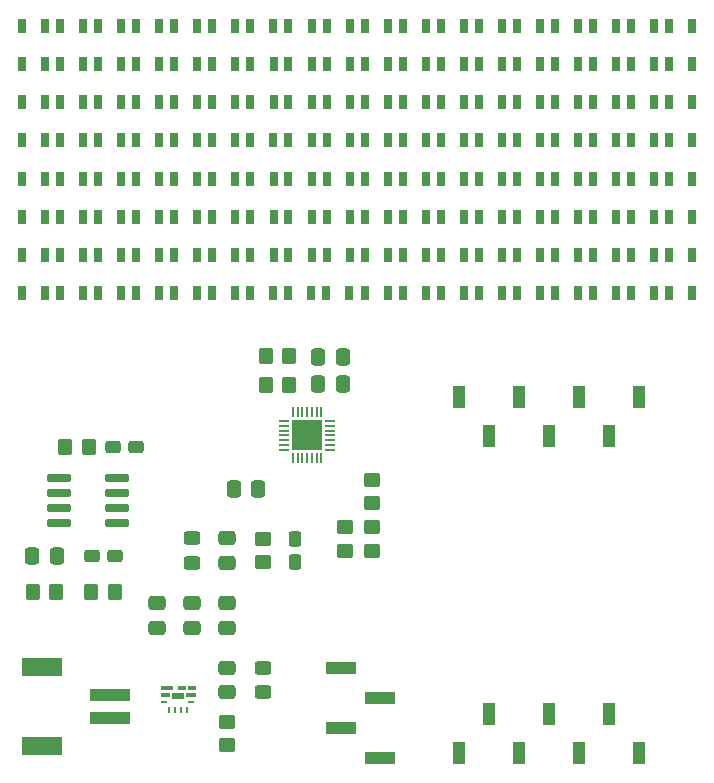
<source format=gtp>
G04 #@! TF.GenerationSoftware,KiCad,Pcbnew,9.0.3*
G04 #@! TF.CreationDate,2025-09-22T20:46:44+01:00*
G04 #@! TF.ProjectId,led_matrix,6c65645f-6d61-4747-9269-782e6b696361,rev?*
G04 #@! TF.SameCoordinates,Original*
G04 #@! TF.FileFunction,Paste,Top*
G04 #@! TF.FilePolarity,Positive*
%FSLAX46Y46*%
G04 Gerber Fmt 4.6, Leading zero omitted, Abs format (unit mm)*
G04 Created by KiCad (PCBNEW 9.0.3) date 2025-09-22 20:46:44*
%MOMM*%
%LPD*%
G01*
G04 APERTURE LIST*
G04 Aperture macros list*
%AMRoundRect*
0 Rectangle with rounded corners*
0 $1 Rounding radius*
0 $2 $3 $4 $5 $6 $7 $8 $9 X,Y pos of 4 corners*
0 Add a 4 corners polygon primitive as box body*
4,1,4,$2,$3,$4,$5,$6,$7,$8,$9,$2,$3,0*
0 Add four circle primitives for the rounded corners*
1,1,$1+$1,$2,$3*
1,1,$1+$1,$4,$5*
1,1,$1+$1,$6,$7*
1,1,$1+$1,$8,$9*
0 Add four rect primitives between the rounded corners*
20,1,$1+$1,$2,$3,$4,$5,0*
20,1,$1+$1,$4,$5,$6,$7,0*
20,1,$1+$1,$6,$7,$8,$9,0*
20,1,$1+$1,$8,$9,$2,$3,0*%
G04 Aperture macros list end*
%ADD10C,0.010000*%
%ADD11R,0.762000X1.244600*%
%ADD12RoundRect,0.250000X-0.450000X0.350000X-0.450000X-0.350000X0.450000X-0.350000X0.450000X0.350000X0*%
%ADD13RoundRect,0.250000X-0.337500X-0.475000X0.337500X-0.475000X0.337500X0.475000X-0.337500X0.475000X0*%
%ADD14RoundRect,0.250000X0.450000X-0.350000X0.450000X0.350000X-0.450000X0.350000X-0.450000X-0.350000X0*%
%ADD15RoundRect,0.250000X-0.450000X0.325000X-0.450000X-0.325000X0.450000X-0.325000X0.450000X0.325000X0*%
%ADD16RoundRect,0.250000X-0.475000X0.337500X-0.475000X-0.337500X0.475000X-0.337500X0.475000X0.337500X0*%
%ADD17R,2.510000X1.000000*%
%ADD18RoundRect,0.250000X-0.350000X-0.450000X0.350000X-0.450000X0.350000X0.450000X-0.350000X0.450000X0*%
%ADD19R,1.000000X1.900000*%
%ADD20RoundRect,0.250000X0.475000X-0.337500X0.475000X0.337500X-0.475000X0.337500X-0.475000X-0.337500X0*%
%ADD21RoundRect,0.075000X0.910000X0.225000X-0.910000X0.225000X-0.910000X-0.225000X0.910000X-0.225000X0*%
%ADD22RoundRect,0.250000X0.350000X0.450000X-0.350000X0.450000X-0.350000X-0.450000X0.350000X-0.450000X0*%
%ADD23RoundRect,0.250000X0.337500X0.475000X-0.337500X0.475000X-0.337500X-0.475000X0.337500X-0.475000X0*%
%ADD24R,0.200000X0.850000*%
%ADD25R,0.850000X0.200000*%
%ADD26R,2.500000X2.500000*%
%ADD27RoundRect,0.250000X0.407500X0.295000X-0.407500X0.295000X-0.407500X-0.295000X0.407500X-0.295000X0*%
%ADD28RoundRect,0.250000X0.295000X-0.407500X0.295000X0.407500X-0.295000X0.407500X-0.295000X-0.407500X0*%
%ADD29RoundRect,0.250000X-0.407500X-0.295000X0.407500X-0.295000X0.407500X0.295000X-0.407500X0.295000X0*%
%ADD30R,0.600000X0.250000*%
%ADD31R,0.250000X0.600000*%
%ADD32R,3.500000X1.000000*%
%ADD33R,3.400000X1.500000*%
G04 APERTURE END LIST*
D10*
X41293708Y-139727674D02*
X40338268Y-139727674D01*
X40338268Y-139430000D01*
X41293708Y-139430000D01*
X41293708Y-139727674D01*
G36*
X41293708Y-139727674D02*
G01*
X40338268Y-139727674D01*
X40338268Y-139430000D01*
X41293708Y-139430000D01*
X41293708Y-139727674D01*
G37*
X41083708Y-140329960D02*
X40340828Y-140329960D01*
X40340828Y-140030000D01*
X41083708Y-140030000D01*
X41083708Y-140329960D01*
G36*
X41083708Y-140329960D02*
G01*
X40340828Y-140329960D01*
X40340828Y-140030000D01*
X41083708Y-140030000D01*
X41083708Y-140329960D01*
G37*
X42283708Y-140480292D02*
X41302610Y-140480292D01*
X41302610Y-140030000D01*
X42283708Y-140030000D01*
X42283708Y-140480292D01*
G36*
X42283708Y-140480292D02*
G01*
X41302610Y-140480292D01*
X41302610Y-140030000D01*
X42283708Y-140030000D01*
X42283708Y-140480292D01*
G37*
X42443708Y-139728898D02*
X41793708Y-139728898D01*
X41793708Y-139430000D01*
X42443708Y-139430000D01*
X42443708Y-139728898D01*
G36*
X42443708Y-139728898D02*
G01*
X41793708Y-139728898D01*
X41793708Y-139430000D01*
X42443708Y-139430000D01*
X42443708Y-139728898D01*
G37*
X43243708Y-140329972D02*
X42504690Y-140329972D01*
X42504690Y-140030000D01*
X43243708Y-140030000D01*
X43243708Y-140329972D01*
G36*
X43243708Y-140329972D02*
G01*
X42504690Y-140329972D01*
X42504690Y-140030000D01*
X43243708Y-140030000D01*
X43243708Y-140329972D01*
G37*
X43243708Y-139728370D02*
X42645943Y-139728370D01*
X42645943Y-139430000D01*
X43243708Y-139430000D01*
X43243708Y-139728370D01*
G36*
X43243708Y-139728370D02*
G01*
X42645943Y-139728370D01*
X42645943Y-139430000D01*
X43243708Y-139430000D01*
X43243708Y-139728370D01*
G37*
D11*
X72477900Y-93275000D03*
X70522100Y-93275000D03*
X72477900Y-99725000D03*
X70522100Y-99725000D03*
D12*
X58250000Y-122000000D03*
X58250000Y-124000000D03*
D13*
X29462500Y-128500000D03*
X31537500Y-128500000D03*
D11*
X69252900Y-83600000D03*
X67297100Y-83600000D03*
X59577900Y-106175000D03*
X57622100Y-106175000D03*
X62802900Y-106175000D03*
X60847100Y-106175000D03*
X46677334Y-96501460D03*
X44721534Y-96501460D03*
X40227334Y-83602793D03*
X38271534Y-83602793D03*
X66027900Y-102950000D03*
X64072100Y-102950000D03*
X56352334Y-90051460D03*
X54396534Y-90051460D03*
X40227334Y-93276460D03*
X38271534Y-93276460D03*
D14*
X58250000Y-128000000D03*
X58250000Y-126000000D03*
D11*
X82152900Y-90050000D03*
X80197100Y-90050000D03*
X66027900Y-83600167D03*
X64072100Y-83600167D03*
X30552334Y-96501460D03*
X28596534Y-96501460D03*
X56352334Y-86826460D03*
X54396534Y-86826460D03*
X49905234Y-96501460D03*
X47949434Y-96501460D03*
X72477900Y-96500000D03*
X70522100Y-96500000D03*
D13*
X53675000Y-113875000D03*
X55750000Y-113875000D03*
X53675000Y-111625000D03*
X55750000Y-111625000D03*
D11*
X33774434Y-102951460D03*
X31818634Y-102951460D03*
X75702900Y-102950000D03*
X73747100Y-102950000D03*
X85377900Y-102950000D03*
X83422100Y-102950000D03*
X75690000Y-106175000D03*
X73734200Y-106175000D03*
X62802900Y-102950000D03*
X60847100Y-102950000D03*
X37002334Y-93276460D03*
X35046534Y-93276460D03*
X85377900Y-86825000D03*
X83422100Y-86825000D03*
X43452334Y-96501460D03*
X41496534Y-96501460D03*
D15*
X43000000Y-126975000D03*
X43000000Y-129025000D03*
D16*
X46000000Y-126962500D03*
X46000000Y-129037500D03*
D11*
X72477900Y-86825000D03*
X70522100Y-86825000D03*
X56352334Y-99726460D03*
X54396534Y-99726460D03*
X33777334Y-86826460D03*
X31821534Y-86826460D03*
X78927900Y-96500000D03*
X76972100Y-96500000D03*
X72477900Y-83600000D03*
X70522100Y-83600000D03*
X62802900Y-90050000D03*
X60847100Y-90050000D03*
D17*
X55595000Y-137940000D03*
X58905000Y-140480000D03*
X55595000Y-143020000D03*
X58905000Y-145560000D03*
D11*
X66027900Y-99725000D03*
X64072100Y-99725000D03*
X75702900Y-83600000D03*
X73747100Y-83600000D03*
X36974434Y-106176460D03*
X35018634Y-106176460D03*
X62802900Y-86825000D03*
X60847100Y-86825000D03*
X62802900Y-83599667D03*
X60847100Y-83599667D03*
D12*
X46000000Y-142500000D03*
X46000000Y-144500000D03*
D11*
X40227334Y-96501460D03*
X38271534Y-96501460D03*
X33777334Y-96501460D03*
X31821534Y-96501460D03*
X56352334Y-93276460D03*
X54396534Y-93276460D03*
X43452334Y-83601793D03*
X41496534Y-83601793D03*
X69250000Y-106175000D03*
X67294200Y-106175000D03*
X69252900Y-99725000D03*
X67297100Y-99725000D03*
X59577900Y-86825000D03*
X57622100Y-86825000D03*
X78927900Y-83600000D03*
X76972100Y-83600000D03*
X62802900Y-96500000D03*
X60847100Y-96500000D03*
D18*
X32250000Y-119250000D03*
X34250000Y-119250000D03*
D11*
X69252900Y-96500000D03*
X67297100Y-96500000D03*
X53127334Y-86826460D03*
X51171534Y-86826460D03*
X40224434Y-102951460D03*
X38268634Y-102951460D03*
D18*
X29500000Y-131500000D03*
X31500000Y-131500000D03*
D19*
X80830000Y-115000000D03*
X78290000Y-118300000D03*
X75750000Y-115000000D03*
X73210000Y-118300000D03*
X70670000Y-115000000D03*
X68130000Y-118300000D03*
X65590000Y-115000000D03*
D11*
X49905234Y-90051460D03*
X47949434Y-90051460D03*
D20*
X46000000Y-134537500D03*
X46000000Y-132462500D03*
X46000000Y-140012500D03*
X46000000Y-137937500D03*
X43000000Y-134537500D03*
X43000000Y-132462500D03*
D21*
X36690000Y-125670000D03*
X36690000Y-124400000D03*
X36690000Y-123130000D03*
X36690000Y-121860000D03*
X31750000Y-121860000D03*
X31750000Y-123130000D03*
X31750000Y-124400000D03*
X31750000Y-125670000D03*
D11*
X40199434Y-106176460D03*
X38243634Y-106176460D03*
X30552334Y-83602460D03*
X28596534Y-83602460D03*
X33777334Y-99726460D03*
X31821534Y-99726460D03*
X59577900Y-99725000D03*
X57622100Y-99725000D03*
D22*
X51250000Y-114000000D03*
X49250000Y-114000000D03*
D11*
X33777334Y-83601293D03*
X31821534Y-83601293D03*
X30552334Y-93276460D03*
X28596534Y-93276460D03*
X49905234Y-102951460D03*
X47949434Y-102951460D03*
X43427334Y-106176460D03*
X41471534Y-106176460D03*
X59577900Y-96500000D03*
X57622100Y-96500000D03*
X30552334Y-90051460D03*
X28596534Y-90051460D03*
X37002334Y-83602960D03*
X35046534Y-83602960D03*
X46655234Y-106176460D03*
X44699434Y-106176460D03*
X85377900Y-96500000D03*
X83422100Y-96500000D03*
X43449434Y-102951460D03*
X41493634Y-102951460D03*
X53102334Y-106176460D03*
X51146534Y-106176460D03*
D23*
X48600000Y-122750000D03*
X46525000Y-122750000D03*
D11*
X53127334Y-102951460D03*
X51171534Y-102951460D03*
D24*
X53950000Y-116300000D03*
X53550000Y-116300000D03*
X53150000Y-116300000D03*
X52750000Y-116300000D03*
X52350000Y-116300000D03*
X51950000Y-116300000D03*
X51550000Y-116300000D03*
D25*
X50800000Y-117050000D03*
X50800000Y-117450000D03*
X50800000Y-117850000D03*
X50800000Y-118250000D03*
X50800000Y-118650000D03*
X50800000Y-119050000D03*
X50800000Y-119450000D03*
D24*
X51550000Y-120200000D03*
X51950000Y-120200000D03*
X52350000Y-120200000D03*
X52750000Y-120200000D03*
X53150000Y-120200000D03*
X53550000Y-120200000D03*
X53950000Y-120200000D03*
D25*
X54700000Y-119450000D03*
X54700000Y-119050000D03*
X54700000Y-118650000D03*
X54700000Y-118250000D03*
X54700000Y-117850000D03*
X54700000Y-117450000D03*
X54700000Y-117050000D03*
D26*
X52750000Y-118250000D03*
D11*
X37002334Y-99726460D03*
X35046534Y-99726460D03*
X59577900Y-83599500D03*
X57622100Y-83599500D03*
D18*
X49250000Y-111500000D03*
X51250000Y-111500000D03*
D11*
X78927900Y-93275000D03*
X76972100Y-93275000D03*
X66027900Y-93275000D03*
X64072100Y-93275000D03*
D14*
X56000000Y-128000000D03*
X56000000Y-126000000D03*
D11*
X30552334Y-86826460D03*
X28596534Y-86826460D03*
X66027900Y-90050000D03*
X64072100Y-90050000D03*
X82152900Y-96500000D03*
X80197100Y-96500000D03*
X69252900Y-102950000D03*
X67297100Y-102950000D03*
X82152900Y-102950000D03*
X80197100Y-102950000D03*
X85350000Y-106177400D03*
X83394200Y-106177400D03*
X46677334Y-99726460D03*
X44721534Y-99726460D03*
X78927900Y-90050000D03*
X76972100Y-90050000D03*
D27*
X38250000Y-119250000D03*
X36295000Y-119250000D03*
D11*
X46677334Y-90051460D03*
X44721534Y-90051460D03*
X85377900Y-90050000D03*
X83422100Y-90050000D03*
D12*
X49000000Y-127000000D03*
X49000000Y-129000000D03*
D11*
X56352334Y-83602127D03*
X54396534Y-83602127D03*
X37002334Y-86826460D03*
X35046534Y-86826460D03*
X37002334Y-90051460D03*
X35046534Y-90051460D03*
X82152900Y-93275000D03*
X80197100Y-93275000D03*
X72470000Y-106175000D03*
X70514200Y-106175000D03*
X59577900Y-90050000D03*
X57622100Y-90050000D03*
X40227334Y-99726460D03*
X38271534Y-99726460D03*
X75702900Y-93275000D03*
X73747100Y-93275000D03*
X82152900Y-99725000D03*
X80197100Y-99725000D03*
D18*
X34477500Y-131500000D03*
X36477500Y-131500000D03*
D11*
X37002334Y-96501460D03*
X35046534Y-96501460D03*
X46677334Y-102951460D03*
X44721534Y-102951460D03*
X53127334Y-83601460D03*
X51171534Y-83601460D03*
X78910000Y-106175000D03*
X76954200Y-106175000D03*
X33777334Y-93276460D03*
X31821534Y-93276460D03*
X33777334Y-90051460D03*
X31821534Y-90051460D03*
X82130000Y-106177400D03*
X80174200Y-106177400D03*
X49902334Y-93276460D03*
X47946534Y-93276460D03*
X53127334Y-96501460D03*
X51171534Y-96501460D03*
X62802900Y-93275000D03*
X60847100Y-93275000D03*
X43452334Y-99726460D03*
X41496534Y-99726460D03*
X46680234Y-93276460D03*
X44724434Y-93276460D03*
X40227334Y-86826460D03*
X38271534Y-86826460D03*
D28*
X51750000Y-129000000D03*
X51750000Y-127045000D03*
D15*
X49000000Y-137950000D03*
X49000000Y-140000000D03*
D11*
X56352334Y-102951460D03*
X54396534Y-102951460D03*
X66027900Y-86825000D03*
X64072100Y-86825000D03*
X33749434Y-106176460D03*
X31793634Y-106176460D03*
X78927900Y-102950000D03*
X76972100Y-102950000D03*
X46677334Y-86826460D03*
X44721534Y-86826460D03*
X49905234Y-99726460D03*
X47949434Y-99726460D03*
X66027900Y-96500000D03*
X64072100Y-96500000D03*
X69252900Y-86825000D03*
X67297100Y-86825000D03*
X75702900Y-96500000D03*
X73747100Y-96500000D03*
X78927900Y-86825000D03*
X76972100Y-86825000D03*
D19*
X65590000Y-145150000D03*
X68130000Y-141850000D03*
X70670000Y-145150000D03*
X73210000Y-141850000D03*
X75750000Y-145150000D03*
X78290000Y-141850000D03*
X80830000Y-145150000D03*
D29*
X34500000Y-128500000D03*
X36455000Y-128500000D03*
D11*
X59577900Y-93275000D03*
X57622100Y-93275000D03*
X82152900Y-83600000D03*
X80197100Y-83600000D03*
X43452334Y-90051460D03*
X41496534Y-90051460D03*
X43452334Y-86826460D03*
X41496534Y-86826460D03*
X43452334Y-93276460D03*
X41496534Y-93276460D03*
X30552334Y-99726460D03*
X28596534Y-99726460D03*
X53127334Y-99726460D03*
X51171534Y-99726460D03*
X75702900Y-90050000D03*
X73747100Y-90050000D03*
X69252900Y-93275000D03*
X67297100Y-93275000D03*
X85377900Y-99725000D03*
X83422100Y-99725000D03*
X49902334Y-83601960D03*
X47946534Y-83601960D03*
X56327334Y-106176460D03*
X54371534Y-106176460D03*
X40227334Y-90051460D03*
X38271534Y-90051460D03*
X53127334Y-93276460D03*
X51171534Y-93276460D03*
X49905234Y-86826460D03*
X47949434Y-86826460D03*
X72477900Y-90050000D03*
X70522100Y-90050000D03*
X78927900Y-99725000D03*
X76972100Y-99725000D03*
X75702900Y-99725000D03*
X73747100Y-99725000D03*
X53127334Y-90051460D03*
X51171534Y-90051460D03*
D30*
X40643708Y-140825000D03*
D31*
X41043708Y-141500000D03*
X41543708Y-141500000D03*
X42043708Y-141500000D03*
X42543708Y-141500000D03*
D30*
X42943708Y-140825000D03*
D32*
X36043708Y-140200000D03*
X36043708Y-142200000D03*
D33*
X30293708Y-137850000D03*
X30293708Y-144550000D03*
D11*
X75702900Y-86825000D03*
X73747100Y-86825000D03*
X69252900Y-90050000D03*
X67297100Y-90050000D03*
X46677334Y-83602627D03*
X44721534Y-83602627D03*
X36999434Y-102951460D03*
X35043634Y-102951460D03*
X56352334Y-96501460D03*
X54396534Y-96501460D03*
X49877334Y-106176460D03*
X47921534Y-106176460D03*
X30524434Y-106176460D03*
X28568634Y-106176460D03*
X85377900Y-83600000D03*
X83422100Y-83600000D03*
X30549434Y-102951460D03*
X28593634Y-102951460D03*
X82152900Y-86825000D03*
X80197100Y-86825000D03*
X62802900Y-99725000D03*
X60847100Y-99725000D03*
X66030000Y-106175000D03*
X64074200Y-106175000D03*
X85377900Y-93275000D03*
X83422100Y-93275000D03*
X72477900Y-102950000D03*
X70522100Y-102950000D03*
D20*
X40000000Y-134537500D03*
X40000000Y-132462500D03*
D11*
X59577900Y-102950000D03*
X57622100Y-102950000D03*
M02*

</source>
